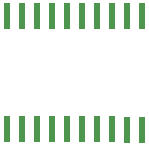
<source format=gtp>
G75*
G70*
%OFA0B0*%
%FSLAX24Y24*%
%IPPOS*%
%LPD*%
%AMOC8*
5,1,8,0,0,1.08239X$1,22.5*
%
%ADD10R,0.0236X0.0866*%
D10*
X003080Y003030D03*
X003580Y003030D03*
X004080Y003030D03*
X004580Y003030D03*
X005080Y003030D03*
X005580Y003030D03*
X006080Y003030D03*
X006580Y003030D03*
X007080Y003020D03*
X007580Y003020D03*
X007580Y006800D03*
X007080Y006800D03*
X006580Y006800D03*
X006080Y006800D03*
X005580Y006800D03*
X005080Y006800D03*
X004580Y006800D03*
X004080Y006800D03*
X003580Y006800D03*
X003080Y006800D03*
M02*

</source>
